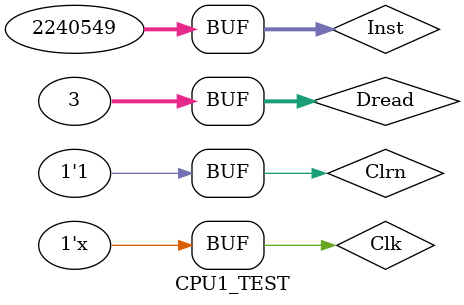
<source format=v>
`timescale 1ns / 1ps


module CPU1(Clk, Clrn, Inst, Dread, Iaddr, Daddr, Dwrite, Wmem);
    input Clk,Clrn;
    input [31:0] Inst, Dread;
    output [31:0] Iaddr, Daddr, Dwrite;
    output Wmem;
    
    wire [31:0] Q,Qn;
    wire [31:0]MUX4X32_Y;
    wire [31:0]D = MUX4X32_Y;
    parameter En = 1;
//    D_FFEC32 PC (D,Clk,En,Clrn,Q,Qn);
    PC pc(Clk, En, D,Q);
    
    wire [31:0]CLA_32_X = Q;
    wire [31:0]CLA_32_S;
    CLA_32_plus4 cla_32_plus4(CLA_32_X,CLA_32_S);
    
    assign Iaddr = Q;
//    wire [31:0] Addr = Q;
//    wire [31:0] Inst;
//    INSTMEM instmem(Addr, Inst);
    
    wire Se;
    wire [15:0]EXT_X = Inst[15:0];
    wire EXT_Se = Se;
    wire [31:0]EXT_Y;
    EXT16T32 ext16to32(EXT_X,EXT_Se,EXT_Y);
    
    wire [31:0]Sh1;
    SHIFTER32_L2 shift32_L2(EXT_Y,Sh1);

    parameter Sub = 'b0;
    wire [31:0]ADDSUB_S;
    wire Cout = 0;
    ADDSUB_32 addsub_32(Sh1, CLA_32_S, Sub, ADDSUB_S, Cout);
    
    
//    assign addrIn = {Q[31:28],Inst[25:0]};
    wire [31:0]addr = {Q[31:28],Inst[25:0]};
    wire [31:0] Sh2;
    SHIFTER32_L2 shift32_L2_1(addr,Sh2);
    
    
    wire [1:0]Pcsrc;
    wire A1;
    MUX4X32 mux4x32(CLA_32_S,A1,ADDSUB_S,Sh2,Pcsrc,MUX4X32_Y);
    
    wire [5:0]Op = Inst[31:26];
    wire [5:0]Func = Inst [5:0];
    wire [1:0]  Aluc;
    wire Wreg,Aluqb,Regrt, Reg2reg;
    wire ALU_Z;
    CONUNIT conunit(Op, Func, ALU_Z ,Regrt, Se, Wreg, Aluqb, Aluc, Wmem, Pcsrc, Reg2reg);
    
    wire [4:0]rt = Inst[20:16];
    wire [4:0]rd = Inst[15:11];
    wire [4:0]INS_REG_Y;
    MUX2X5 INS_REG(rd, rt, Regrt, INS_REG_Y);
    
    wire [4:0]rs = Inst[25:21];
    wire [4:0]Ra = rs;
    wire [4:0]Rb = rt;
    wire [4:0]Wr = INS_REG_Y;
    wire We = Wreg;
    wire [31:0]ALU_DATAMEM_Y;
    wire [31:0]REG_D = ALU_DATAMEM_Y;
    wire [31:0] Qa, Qb;
    
    REGFILE regfile(Ra, Rb, REG_D, Wr, We, Clk, Clrn, Qa, Qb);
    
    wire [31:0]REG_ALU_Y;
    MUX2X32 REG_ALU(EXT_Y, Qb, Aluqb, REG_ALU_Y);
    
    wire [31:0]ALU_X = Qa;
    wire [31:0]ALU_Y = REG_ALU_Y;
    wire [1:0]ALU_Aluc = Aluc;
//    wire V;
    wire [31:0]ALU_R;
    ALU alu(ALU_X,ALU_Y,ALU_Aluc,ALU_R,ALU_Z);
    
    assign Dwrite = Qb;
    assign Daddr = ALU_R;
//    wire [31:0]DATAMEM_Addr = ALU_R;
//    wire [31:0]Din = Qb;
//    wire DATAMEM_We = Wmem;
//    wire [31:0]Dout;
//    DATAMEM datamem(DATAMEM_Addr, Din, Clk, DATAMEM_We, Dout);
    MUX2X32 ALU_DATAMEM(Dread, ALU_R, Reg2reg, ALU_DATAMEM_Y);
    
endmodule

module CPU1_TEST;
    reg Clk,Clrn;
    reg [31:0] Inst, Dread;
    wire [31:0] Iaddr, Daddr, Dwrite;
    wire Wmem;
    always #20 Clk = ~Clk;
    CPU1 CPU1_test(.Clk(Clk), .Clrn(Clrn), .Inst(Inst), .Dread(Dread), .Iaddr(Iaddr), .Daddr(Daddr), .Dwrite(Dwrite), .Wmem(Wmem));
        initial begin;
            Clrn = 1;
            Clk = 0;
            
            Dread = 32'b00000000000000000000000000000110;
            Inst = 32'b10001100000000011111000011110000;//È¡³öÊý·ÅÔÚ$1
            
            #40;
            
            Dread = 32'b00000000000000000000000000000011;
            Inst = 32'b10001100000000101111000011110000;//È¡³öÊý·ÅÔÚ$2
            
            #40;
            
            Inst = 32'b00000000001000100001100000100000;//$3=$1+$2
            
            #40;
            Inst = 32'b00000000001000100010000000100010;//$4=$1-$2;
            
            #40;
            Inst = 32'b00000000001000100010100000100100;//$5=$1&$2;
            
            #40;
            Inst = 32'b00000000001000100011000000100101;//$6=$1|$2
            
//            #40;
//            Inst = 32'b00001000000000000000000000000001;//j to 00000000000000000000000001
//            Inst = 32'b00100000001001110000000000000001;//$7=$1+1
            
//            #40;
//            Inst = 32'b00110000001010000000000000000001;//$8=$1&1
            
//            #40;
//            Inst = 32'b00110100001010010000000000000001;//$8=$1|1
        end
endmodule
</source>
